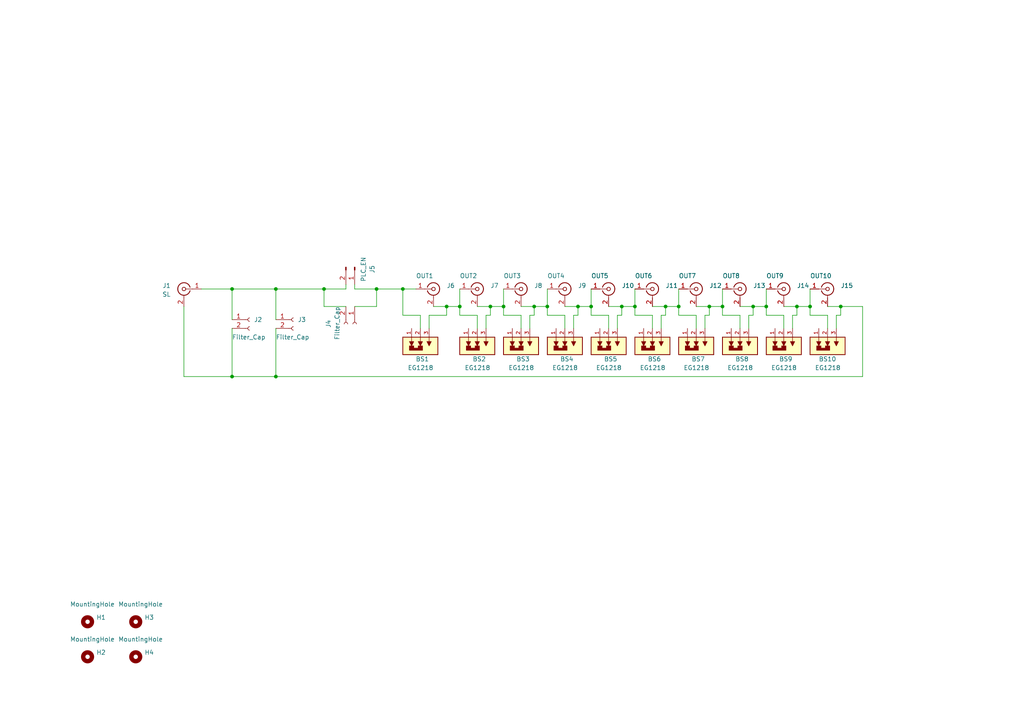
<source format=kicad_sch>
(kicad_sch (version 20230121) (generator eeschema)
  (paper "A4")
  (title_block (title "MPOD SAFETY LOOP") (date "2023-11-14") (rev "0.0.1") (company "SLAC National Accelerator Laboratory") (comment 1 "Designer: Basil Aljamal (baljamal)"))
  (lib_symbols
    (symbol "Connector:Conn_01x02_Pin" (pin_names (offset 1.016) hide)
      (property "Reference" "J" (at 0 2.54 0))
      (property "Value" "Conn_01x02_Pin" (at 0 -5.08 0))
      (symbol "Conn_01x02_Pin_1_1"
        (polyline (pts (xy 1.27 -2.54) (xy 0.8636 -2.54)) (stroke (width 0.1524)))
        (polyline (pts (xy 1.27 0) (xy 0.8636 0)) (stroke (width 0.1524)))
        (rectangle (start 0.8636 -2.413) (end 0 -2.667) (stroke (width 0.1524)) (fill (type outline)))
        (rectangle (start 0.8636 0.127) (end 0 -0.127) (stroke (width 0.1524)) (fill (type outline)))
        (pin passive line (at 5.08 0 180) (length 3.81) (name "Pin_1") (number "1"))
        (pin passive line (at 5.08 -2.54 180) (length 3.81) (name "Pin_2") (number "2"))
      )
    )
    (symbol "Connector:Conn_01x02_Socket" (pin_names (offset 1.016) hide)
      (property "Reference" "J" (at 0 2.54 0))
      (property "Value" "Conn_01x02_Socket" (at 0 -5.08 0))
      (symbol "Conn_01x02_Socket_1_1"
        (arc (start 0 -2.032) (mid -0.5058 -2.54) (end 0 -3.048) (stroke (width 0.1524)))
        (polyline (pts (xy -1.27 -2.54) (xy -0.508 -2.54)) (stroke (width 0.1524)))
        (polyline (pts (xy -1.27 0) (xy -0.508 0)) (stroke (width 0.1524)))
        (arc (start 0 0.508) (mid -0.5058 0) (end 0 -0.508) (stroke (width 0.1524)))
        (pin passive line (at -5.08 0 0) (length 3.81) (name "Pin_1") (number "1"))
        (pin passive line (at -5.08 -2.54 0) (length 3.81) (name "Pin_2") (number "2"))
      )
    )
    (symbol "Connector:Conn_Coaxial" (pin_names (offset 1.016) hide)
      (property "Reference" "J" (at 0.254 3.048 0))
      (property "Value" "Conn_Coaxial" (at 2.921 0 90))
      (symbol "Conn_Coaxial_0_1"
        (arc (start -1.778 -0.508) (mid 0.2311 -1.8066) (end 1.778 0) (stroke (width 0.254)))
        (polyline (pts (xy -2.54 0) (xy -0.508 0)))
        (polyline (pts (xy 0 -2.54) (xy 0 -1.778)))
        (circle (center 0 0) (radius 0.508) (stroke (width 0.2032)))
        (arc (start 1.778 0) (mid 0.2099 1.8101) (end -1.778 0.508) (stroke (width 0.254)))
      )
      (symbol "Conn_Coaxial_1_1"
        (pin passive line (at -5.08 0 0) (length 2.54) (name "In") (number "1"))
        (pin passive line (at 0 -5.08 90) (length 2.54) (name "Ext") (number "2"))
      )
    )
    (symbol "E1218:EG1218" (pin_names (offset 1.016))
      (property "Reference" "S" (at -5.08 5.842 0))
      (property "Value" "EG1218" (at -5.08 -7.62 0))
      (symbol "EG1218_0_0"
        (rectangle (start -2.54 -5.08) (end 2.54 5.08) (stroke (width 0.254)) (fill (type background)))
        (polyline (pts (xy -2.54 -2.54) (xy -1.27 -2.54)) (stroke (width 0.1524)))
        (polyline (pts (xy -2.54 0) (xy -1.27 0)) (stroke (width 0.1524)))
        (polyline (pts (xy -2.54 2.54) (xy -1.27 2.54)) (stroke (width 0.1524)))
        (polyline (pts (xy -1.27 -1.905) (xy -1.27 -3.175) (xy 0 -2.54) (xy -1.27 -1.905)) (stroke (width 0.1524)) (fill (type outline)))
        (polyline (pts (xy -1.27 0.635) (xy -1.27 -0.635) (xy 0 0) (xy -1.27 0.635)) (stroke (width 0.1524)) (fill (type outline)))
        (polyline (pts (xy -1.27 3.175) (xy -1.27 1.905) (xy 0 2.54) (xy -1.27 3.175)) (stroke (width 0.1524)) (fill (type outline)))
        (polyline (pts (xy 0 1.905) (xy 0 3.175) (xy 1.27 3.175) (xy 1.27 -0.635) (xy 0 -0.635) (xy 0 0.635) (xy 0.635 0.635) (xy 0.635 1.905) (xy 0 1.905)) (stroke (width 0.1524)) (fill (type outline)))
        (pin passive line (at -5.08 2.54 0) (length 2.54) (name "~") (number "1"))
        (pin passive line (at -5.08 0 0) (length 2.54) (name "~") (number "2"))
        (pin passive line (at -5.08 -2.54 0) (length 2.54) (name "~") (number "3"))
      )
    )
    (symbol "Mechanical:MountingHole" (pin_names (offset 1.016))
      (property "Reference" "H" (at 0 5.08 0))
      (property "Value" "MountingHole" (at 0 3.175 0))
      (symbol "MountingHole_0_1"
        (circle (center 0 0) (radius 1.27) (stroke (width 1.27)))
      )
    )
  )
  (junction (at 209.55 88.9))
  (junction (at 80.01 109.22))
  (junction (at 109.22 83.82))
  (junction (at 67.31 109.22))
  (junction (at 231.14 88.9))
  (junction (at 234.95 88.9))
  (junction (at 218.44 88.9))
  (junction (at 146.05 88.9))
  (junction (at 180.34 88.9))
  (junction (at 93.98 83.82))
  (junction (at 80.01 83.82))
  (junction (at 171.45 88.9))
  (junction (at 129.54 88.9))
  (junction (at 222.25 88.9))
  (junction (at 167.64 88.9))
  (junction (at 193.04 88.9))
  (junction (at 133.35 88.9))
  (junction (at 205.74 88.9))
  (junction (at 184.15 88.9))
  (junction (at 243.84 88.9))
  (junction (at 158.75 88.9))
  (junction (at 116.84 83.82))
  (junction (at 154.94 88.9))
  (junction (at 67.31 83.82))
  (junction (at 196.85 88.9))
  (junction (at 142.24 88.9))
  (wire (pts (xy 240.03 91.44) (xy 234.95 91.44)))
  (wire (pts (xy 193.04 88.9) (xy 196.85 88.9)))
  (wire (pts (xy 227.33 95.25) (xy 227.33 91.44)))
  (wire (pts (xy 80.01 109.22) (xy 67.31 109.22)))
  (wire (pts (xy 214.63 91.44) (xy 209.55 91.44)))
  (wire (pts (xy 158.75 91.44) (xy 158.75 88.9)))
  (wire (pts (xy 151.13 95.25) (xy 151.13 91.44)))
  (wire (pts (xy 133.35 91.44) (xy 133.35 88.9)))
  (wire (pts (xy 191.77 95.25) (xy 191.77 91.44)))
  (wire (pts (xy 125.73 88.9) (xy 129.54 88.9)))
  (wire (pts (xy 146.05 88.9) (xy 146.05 83.82)))
  (wire (pts (xy 176.53 88.9) (xy 180.34 88.9)))
  (wire (pts (xy 121.92 95.25) (xy 121.92 91.44)))
  (wire (pts (xy 100.33 83.82) (xy 100.33 82.55)))
  (wire (pts (xy 154.94 88.9) (xy 158.75 88.9)))
  (wire (pts (xy 196.85 88.9) (xy 196.85 83.82)))
  (wire (pts (xy 67.31 83.82) (xy 67.31 92.71)))
  (wire (pts (xy 102.87 88.9) (xy 109.22 88.9)))
  (wire (pts (xy 80.01 83.82) (xy 80.01 92.71)))
  (wire (pts (xy 205.74 91.44) (xy 205.74 88.9)))
  (wire (pts (xy 167.64 91.44) (xy 167.64 88.9)))
  (wire (pts (xy 189.23 95.25) (xy 189.23 91.44)))
  (wire (pts (xy 121.92 91.44) (xy 116.84 91.44)))
  (wire (pts (xy 140.97 95.25) (xy 140.97 91.44)))
  (wire (pts (xy 166.37 95.25) (xy 166.37 91.44)))
  (wire (pts (xy 163.83 88.9) (xy 167.64 88.9)))
  (wire (pts (xy 102.87 83.82) (xy 109.22 83.82)))
  (wire (pts (xy 201.93 95.25) (xy 201.93 91.44)))
  (wire (pts (xy 243.84 88.9) (xy 250.19 88.9)))
  (wire (pts (xy 242.57 91.44) (xy 243.84 91.44)))
  (wire (pts (xy 109.22 88.9) (xy 109.22 83.82)))
  (wire (pts (xy 163.83 91.44) (xy 158.75 91.44)))
  (wire (pts (xy 116.84 83.82) (xy 120.65 83.82)))
  (wire (pts (xy 209.55 91.44) (xy 209.55 88.9)))
  (wire (pts (xy 184.15 88.9) (xy 184.15 83.82)))
  (wire (pts (xy 167.64 88.9) (xy 171.45 88.9)))
  (wire (pts (xy 231.14 91.44) (xy 231.14 88.9)))
  (wire (pts (xy 153.67 91.44) (xy 154.94 91.44)))
  (wire (pts (xy 129.54 88.9) (xy 133.35 88.9)))
  (wire (pts (xy 58.42 83.82) (xy 67.31 83.82)))
  (wire (pts (xy 171.45 91.44) (xy 171.45 88.9)))
  (wire (pts (xy 151.13 91.44) (xy 146.05 91.44)))
  (wire (pts (xy 191.77 91.44) (xy 193.04 91.44)))
  (wire (pts (xy 189.23 91.44) (xy 184.15 91.44)))
  (wire (pts (xy 214.63 88.9) (xy 218.44 88.9)))
  (wire (pts (xy 140.97 91.44) (xy 142.24 91.44)))
  (wire (pts (xy 138.43 88.9) (xy 142.24 88.9)))
  (wire (pts (xy 93.98 83.82) (xy 100.33 83.82)))
  (wire (pts (xy 138.43 95.25) (xy 138.43 91.44)))
  (wire (pts (xy 234.95 88.9) (xy 234.95 83.82)))
  (wire (pts (xy 80.01 109.22) (xy 250.19 109.22)))
  (wire (pts (xy 222.25 88.9) (xy 222.25 83.82)))
  (wire (pts (xy 209.55 88.9) (xy 209.55 83.82)))
  (wire (pts (xy 176.53 95.25) (xy 176.53 91.44)))
  (wire (pts (xy 102.87 82.55) (xy 102.87 83.82)))
  (wire (pts (xy 243.84 91.44) (xy 243.84 88.9)))
  (wire (pts (xy 109.22 83.82) (xy 116.84 83.82)))
  (wire (pts (xy 67.31 83.82) (xy 80.01 83.82)))
  (wire (pts (xy 180.34 88.9) (xy 184.15 88.9)))
  (wire (pts (xy 227.33 88.9) (xy 231.14 88.9)))
  (wire (pts (xy 138.43 91.44) (xy 133.35 91.44)))
  (wire (pts (xy 189.23 88.9) (xy 193.04 88.9)))
  (wire (pts (xy 231.14 88.9) (xy 234.95 88.9)))
  (wire (pts (xy 184.15 91.44) (xy 184.15 88.9)))
  (wire (pts (xy 93.98 88.9) (xy 93.98 83.82)))
  (wire (pts (xy 214.63 95.25) (xy 214.63 91.44)))
  (wire (pts (xy 116.84 91.44) (xy 116.84 83.82)))
  (wire (pts (xy 179.07 95.25) (xy 179.07 91.44)))
  (wire (pts (xy 229.87 95.25) (xy 229.87 91.44)))
  (wire (pts (xy 218.44 88.9) (xy 222.25 88.9)))
  (wire (pts (xy 171.45 88.9) (xy 171.45 83.82)))
  (wire (pts (xy 142.24 91.44) (xy 142.24 88.9)))
  (wire (pts (xy 204.47 91.44) (xy 205.74 91.44)))
  (wire (pts (xy 176.53 91.44) (xy 171.45 91.44)))
  (wire (pts (xy 250.19 88.9) (xy 250.19 109.22)))
  (wire (pts (xy 124.46 91.44) (xy 129.54 91.44)))
  (wire (pts (xy 100.33 88.9) (xy 93.98 88.9)))
  (wire (pts (xy 227.33 91.44) (xy 222.25 91.44)))
  (wire (pts (xy 240.03 88.9) (xy 243.84 88.9)))
  (wire (pts (xy 133.35 88.9) (xy 133.35 83.82)))
  (wire (pts (xy 196.85 91.44) (xy 196.85 88.9)))
  (wire (pts (xy 80.01 83.82) (xy 93.98 83.82)))
  (wire (pts (xy 217.17 91.44) (xy 218.44 91.44)))
  (wire (pts (xy 205.74 88.9) (xy 209.55 88.9)))
  (wire (pts (xy 193.04 91.44) (xy 193.04 88.9)))
  (wire (pts (xy 217.17 95.25) (xy 217.17 91.44)))
  (wire (pts (xy 146.05 91.44) (xy 146.05 88.9)))
  (wire (pts (xy 229.87 91.44) (xy 231.14 91.44)))
  (wire (pts (xy 218.44 91.44) (xy 218.44 88.9)))
  (wire (pts (xy 240.03 95.25) (xy 240.03 91.44)))
  (wire (pts (xy 201.93 91.44) (xy 196.85 91.44)))
  (wire (pts (xy 163.83 95.25) (xy 163.83 91.44)))
  (wire (pts (xy 242.57 95.25) (xy 242.57 91.44)))
  (wire (pts (xy 53.34 109.22) (xy 53.34 88.9)))
  (wire (pts (xy 142.24 88.9) (xy 146.05 88.9)))
  (wire (pts (xy 80.01 95.25) (xy 80.01 109.22)))
  (wire (pts (xy 166.37 91.44) (xy 167.64 91.44)))
  (wire (pts (xy 234.95 91.44) (xy 234.95 88.9)))
  (wire (pts (xy 151.13 88.9) (xy 154.94 88.9)))
  (wire (pts (xy 158.75 88.9) (xy 158.75 83.82)))
  (wire (pts (xy 222.25 91.44) (xy 222.25 88.9)))
  (wire (pts (xy 67.31 109.22) (xy 53.34 109.22)))
  (wire (pts (xy 204.47 95.25) (xy 204.47 91.44)))
  (wire (pts (xy 67.31 95.25) (xy 67.31 109.22)))
  (wire (pts (xy 129.54 91.44) (xy 129.54 88.9)))
  (wire (pts (xy 180.34 91.44) (xy 180.34 88.9)))
  (wire (pts (xy 201.93 88.9) (xy 205.74 88.9)))
  (wire (pts (xy 124.46 95.25) (xy 124.46 91.44)))
  (wire (pts (xy 153.67 95.25) (xy 153.67 91.44)))
  (wire (pts (xy 154.94 91.44) (xy 154.94 88.9)))
  (wire (pts (xy 179.07 91.44) (xy 180.34 91.44)))
  (symbol (lib_id "E1218:EG1218") (at 201.93 100.33 90) (mirror x) (unit 1)
    (property "Reference" "BS7" (at 204.47 104.14 90) (effects (justify left)))
    (property "Value" "EG1218" (at 205.74 106.68 90) (effects (justify left)))
    (property "Footprint" "footprints:SW_EG1218" (effects hide))
    (property "MF" "E-Switch" (effects hide))
    (property "DESCRIPTION" "Slide Switch SPDT Through Hole" (effects hide))
    (property "PACKAGE" "None" (effects hide))
    (property "PRICE" "None" (effects hide))
    (property "Package" "None" (effects hide))
    (property "Check_prices" "https://www.snapeda.com/parts/EG1218/E-Switch/view-part/?ref=eda" (effects hide))
    (property "Price" "None" (effects hide))
    (property "SnapEDA_Link" "https://www.snapeda.com/parts/EG1218/E-Switch/view-part/?ref=snap" (effects hide))
    (property "MP" "EG1218" (effects hide))
    (property "Purchase-URL" "https://www.snapeda.com/api/url_track_click_mouser/?unipart_id=13895&manufacturer=E-Switch&part_name=EG1218&search_term=None" (effects hide))
    (property "Description" "\nSlide Switch, EG Series, SPDT, Non-Shorting, ON-ON, 200mA DC, 30VDC, PC Pin | E-Switch EG1218\n" (effects hide))
    (property "Availability" "In Stock" (effects hide))
    (property "AVAILABILITY" "In Stock" (effects hide))
    (property "PURCHASE-URL" "https://pricing.snapeda.com/search/part/EG1218/?ref=eda" (effects hide))
  )
  (symbol (lib_id "E1218:EG1218") (at 151.13 100.33 90) (mirror x) (unit 1)
    (property "Reference" "BS3" (at 153.67 104.14 90) (effects (justify left)))
    (property "Value" "EG1218" (at 154.94 106.68 90) (effects (justify left)))
    (property "Footprint" "footprints:SW_EG1218" (effects hide))
    (property "MF" "E-Switch" (effects hide))
    (property "DESCRIPTION" "Slide Switch SPDT Through Hole" (effects hide))
    (property "PACKAGE" "None" (effects hide))
    (property "PRICE" "None" (effects hide))
    (property "Package" "None" (effects hide))
    (property "Check_prices" "https://www.snapeda.com/parts/EG1218/E-Switch/view-part/?ref=eda" (effects hide))
    (property "Price" "None" (effects hide))
    (property "SnapEDA_Link" "https://www.snapeda.com/parts/EG1218/E-Switch/view-part/?ref=snap" (effects hide))
    (property "MP" "EG1218" (effects hide))
    (property "Purchase-URL" "https://www.snapeda.com/api/url_track_click_mouser/?unipart_id=13895&manufacturer=E-Switch&part_name=EG1218&search_term=None" (effects hide))
    (property "Description" "\nSlide Switch, EG Series, SPDT, Non-Shorting, ON-ON, 200mA DC, 30VDC, PC Pin | E-Switch EG1218\n" (effects hide))
    (property "Availability" "In Stock" (effects hide))
    (property "AVAILABILITY" "In Stock" (effects hide))
    (property "PURCHASE-URL" "https://pricing.snapeda.com/search/part/EG1218/?ref=eda" (effects hide))
  )
  (symbol (lib_id "E1218:EG1218") (at 176.53 100.33 90) (mirror x) (unit 1)
    (property "Reference" "BS5" (at 179.07 104.14 90) (effects (justify left)))
    (property "Value" "EG1218" (at 180.34 106.68 90) (effects (justify left)))
    (property "Footprint" "footprints:SW_EG1218" (effects hide))
    (property "MF" "E-Switch" (effects hide))
    (property "DESCRIPTION" "Slide Switch SPDT Through Hole" (effects hide))
    (property "PACKAGE" "None" (effects hide))
    (property "PRICE" "None" (effects hide))
    (property "Package" "None" (effects hide))
    (property "Check_prices" "https://www.snapeda.com/parts/EG1218/E-Switch/view-part/?ref=eda" (effects hide))
    (property "Price" "None" (effects hide))
    (property "SnapEDA_Link" "https://www.snapeda.com/parts/EG1218/E-Switch/view-part/?ref=snap" (effects hide))
    (property "MP" "EG1218" (effects hide))
    (property "Purchase-URL" "https://www.snapeda.com/api/url_track_click_mouser/?unipart_id=13895&manufacturer=E-Switch&part_name=EG1218&search_term=None" (effects hide))
    (property "Description" "\nSlide Switch, EG Series, SPDT, Non-Shorting, ON-ON, 200mA DC, 30VDC, PC Pin | E-Switch EG1218\n" (effects hide))
    (property "Availability" "In Stock" (effects hide))
    (property "AVAILABILITY" "In Stock" (effects hide))
    (property "PURCHASE-URL" "https://pricing.snapeda.com/search/part/EG1218/?ref=eda" (effects hide))
  )
  (symbol (lib_id "Mechanical:MountingHole") (at 25.4 190.5 0) (unit 1)
    (property "Reference" "H2" (at 27.94 189.23 0) (effects (justify left)))
    (property "Value" "MountingHole" (at 20.32 185.42 0) (effects (justify left)))
    (property "Footprint" "MountingHole:MountingHole_2.2mm_M2_DIN965_Pad" (effects hide))
  )
  (symbol (lib_id "Connector:Conn_Coaxial") (at 214.63 83.82 0) (unit 1)
    (property "Reference" "J13" (at 218.44 82.8432 0) (effects (justify left)))
    (property "Value" "OUT8" (at 209.55 80.01 0) (effects (justify left)))
    (property "Footprint" "Connector_Coaxial:SMB_Jack_Vertical" (effects hide))
    (property "Datasheet" " ~" (effects hide))
  )
  (symbol (lib_id "Connector:Conn_Coaxial") (at 151.13 83.82 0) (unit 1)
    (property "Reference" "J8" (at 154.94 82.8432 0) (effects (justify left)))
    (property "Value" "OUT3" (at 146.05 80.01 0) (effects (justify left)))
    (property "Footprint" "Connector_Coaxial:SMB_Jack_Vertical" (effects hide))
    (property "Datasheet" " ~" (effects hide))
  )
  (symbol (lib_id "Connector:Conn_Coaxial") (at 53.34 83.82 0) (mirror y) (unit 1)
    (property "Reference" "J1" (at 49.53 82.8432 0) (effects (justify left)))
    (property "Value" "SL" (at 49.53 85.3832 0) (effects (justify left)))
    (property "Footprint" "Connector_Coaxial:SMB_Jack_Vertical" (effects hide))
    (property "Datasheet" " ~" (effects hide))
  )
  (symbol (lib_id "Connector:Conn_Coaxial") (at 227.33 83.82 0) (unit 1)
    (property "Reference" "J14" (at 231.14 82.8432 0) (effects (justify left)))
    (property "Value" "OUT9" (at 222.25 80.01 0) (effects (justify left)))
    (property "Footprint" "Connector_Coaxial:SMB_Jack_Vertical" (effects hide))
    (property "Datasheet" " ~" (effects hide))
  )
  (symbol (lib_id "E1218:EG1218") (at 240.03 100.33 90) (mirror x) (unit 1)
    (property "Reference" "BS10" (at 242.57 104.14 90) (effects (justify left)))
    (property "Value" "EG1218" (at 243.84 106.68 90) (effects (justify left)))
    (property "Footprint" "footprints:SW_EG1218" (effects hide))
    (property "MF" "E-Switch" (effects hide))
    (property "DESCRIPTION" "Slide Switch SPDT Through Hole" (effects hide))
    (property "PACKAGE" "None" (effects hide))
    (property "PRICE" "None" (effects hide))
    (property "Package" "None" (effects hide))
    (property "Check_prices" "https://www.snapeda.com/parts/EG1218/E-Switch/view-part/?ref=eda" (effects hide))
    (property "Price" "None" (effects hide))
    (property "SnapEDA_Link" "https://www.snapeda.com/parts/EG1218/E-Switch/view-part/?ref=snap" (effects hide))
    (property "MP" "EG1218" (effects hide))
    (property "Purchase-URL" "https://www.snapeda.com/api/url_track_click_mouser/?unipart_id=13895&manufacturer=E-Switch&part_name=EG1218&search_term=None" (effects hide))
    (property "Description" "\nSlide Switch, EG Series, SPDT, Non-Shorting, ON-ON, 200mA DC, 30VDC, PC Pin | E-Switch EG1218\n" (effects hide))
    (property "Availability" "In Stock" (effects hide))
    (property "AVAILABILITY" "In Stock" (effects hide))
    (property "PURCHASE-URL" "https://pricing.snapeda.com/search/part/EG1218/?ref=eda" (effects hide))
  )
  (symbol (lib_id "Mechanical:MountingHole") (at 25.4 180.34 0) (unit 1)
    (property "Reference" "H1" (at 27.94 179.07 0) (effects (justify left)))
    (property "Value" "MountingHole" (at 20.32 175.26 0) (effects (justify left)))
    (property "Footprint" "MountingHole:MountingHole_2.7mm_M2.5_DIN965_Pad" (effects hide))
  )
  (symbol (lib_id "E1218:EG1218") (at 227.33 100.33 90) (mirror x) (unit 1)
    (property "Reference" "BS9" (at 229.87 104.14 90) (effects (justify left)))
    (property "Value" "EG1218" (at 231.14 106.68 90) (effects (justify left)))
    (property "Footprint" "footprints:SW_EG1218" (effects hide))
    (property "MF" "E-Switch" (effects hide))
    (property "DESCRIPTION" "Slide Switch SPDT Through Hole" (effects hide))
    (property "PACKAGE" "None" (effects hide))
    (property "PRICE" "None" (effects hide))
    (property "Package" "None" (effects hide))
    (property "Check_prices" "https://www.snapeda.com/parts/EG1218/E-Switch/view-part/?ref=eda" (effects hide))
    (property "Price" "None" (effects hide))
    (property "SnapEDA_Link" "https://www.snapeda.com/parts/EG1218/E-Switch/view-part/?ref=snap" (effects hide))
    (property "MP" "EG1218" (effects hide))
    (property "Purchase-URL" "https://www.snapeda.com/api/url_track_click_mouser/?unipart_id=13895&manufacturer=E-Switch&part_name=EG1218&search_term=None" (effects hide))
    (property "Description" "\nSlide Switch, EG Series, SPDT, Non-Shorting, ON-ON, 200mA DC, 30VDC, PC Pin | E-Switch EG1218\n" (effects hide))
    (property "Availability" "In Stock" (effects hide))
    (property "AVAILABILITY" "In Stock" (effects hide))
    (property "PURCHASE-URL" "https://pricing.snapeda.com/search/part/EG1218/?ref=eda" (effects hide))
  )
  (symbol (lib_id "Connector:Conn_Coaxial") (at 163.83 83.82 0) (unit 1)
    (property "Reference" "J9" (at 167.64 82.8432 0) (effects (justify left)))
    (property "Value" "OUT4" (at 158.75 80.01 0) (effects (justify left)))
    (property "Footprint" "Connector_Coaxial:SMB_Jack_Vertical" (effects hide))
    (property "Datasheet" " ~" (effects hide))
  )
  (symbol (lib_id "Connector:Conn_01x02_Socket") (at 72.39 92.71 0) (unit 1)
    (property "Reference" "J2" (at 73.66 92.71 0) (effects (justify left)))
    (property "Value" "Filter_Cap" (at 67.31 97.79 0) (effects (justify left)))
    (property "Footprint" "Connector_PinSocket_2.54mm:PinSocket_1x02_P2.54mm_Vertical" (effects hide))
  )
  (symbol (lib_id "Connector:Conn_Coaxial") (at 201.93 83.82 0) (unit 1)
    (property "Reference" "J12" (at 205.74 82.8432 0) (effects (justify left)))
    (property "Value" "OUT7" (at 196.85 80.01 0) (effects (justify left)))
    (property "Footprint" "Connector_Coaxial:SMB_Jack_Vertical" (effects hide))
    (property "Datasheet" " ~" (effects hide))
  )
  (symbol (lib_id "E1218:EG1218") (at 121.92 100.33 90) (mirror x) (unit 1)
    (property "Reference" "BS1" (at 124.46 104.14 90) (effects (justify left)))
    (property "Value" "EG1218" (at 125.73 106.68 90) (effects (justify left)))
    (property "Footprint" "footprints:SW_EG1218" (effects hide))
    (property "MF" "E-Switch" (effects hide))
    (property "DESCRIPTION" "Slide Switch SPDT Through Hole" (effects hide))
    (property "PACKAGE" "None" (effects hide))
    (property "PRICE" "None" (effects hide))
    (property "Package" "None" (effects hide))
    (property "Check_prices" "https://www.snapeda.com/parts/EG1218/E-Switch/view-part/?ref=eda" (effects hide))
    (property "Price" "None" (effects hide))
    (property "SnapEDA_Link" "https://www.snapeda.com/parts/EG1218/E-Switch/view-part/?ref=snap" (effects hide))
    (property "MP" "EG1218" (effects hide))
    (property "Purchase-URL" "https://www.snapeda.com/api/url_track_click_mouser/?unipart_id=13895&manufacturer=E-Switch&part_name=EG1218&search_term=None" (effects hide))
    (property "Description" "\nSlide Switch, EG Series, SPDT, Non-Shorting, ON-ON, 200mA DC, 30VDC, PC Pin | E-Switch EG1218\n" (effects hide))
    (property "Availability" "In Stock" (effects hide))
    (property "AVAILABILITY" "In Stock" (effects hide))
    (property "PURCHASE-URL" "https://pricing.snapeda.com/search/part/EG1218/?ref=eda" (effects hide))
  )
  (symbol (lib_id "Connector:Conn_01x02_Socket") (at 85.09 92.71 0) (unit 1)
    (property "Reference" "J3" (at 86.36 92.71 0) (effects (justify left)))
    (property "Value" "Filter_Cap" (at 80.01 97.79 0) (effects (justify left)))
    (property "Footprint" "Connector_PinSocket_2.54mm:PinSocket_1x02_P2.54mm_Vertical" (effects hide))
  )
  (symbol (lib_id "E1218:EG1218") (at 138.43 100.33 90) (mirror x) (unit 1)
    (property "Reference" "BS2" (at 140.97 104.14 90) (effects (justify left)))
    (property "Value" "EG1218" (at 142.24 106.68 90) (effects (justify left)))
    (property "Footprint" "footprints:SW_EG1218" (effects hide))
    (property "MF" "E-Switch" (effects hide))
    (property "DESCRIPTION" "Slide Switch SPDT Through Hole" (effects hide))
    (property "PACKAGE" "None" (effects hide))
    (property "PRICE" "None" (effects hide))
    (property "Package" "None" (effects hide))
    (property "Check_prices" "https://www.snapeda.com/parts/EG1218/E-Switch/view-part/?ref=eda" (effects hide))
    (property "Price" "None" (effects hide))
    (property "SnapEDA_Link" "https://www.snapeda.com/parts/EG1218/E-Switch/view-part/?ref=snap" (effects hide))
    (property "MP" "EG1218" (effects hide))
    (property "Purchase-URL" "https://www.snapeda.com/api/url_track_click_mouser/?unipart_id=13895&manufacturer=E-Switch&part_name=EG1218&search_term=None" (effects hide))
    (property "Description" "\nSlide Switch, EG Series, SPDT, Non-Shorting, ON-ON, 200mA DC, 30VDC, PC Pin | E-Switch EG1218\n" (effects hide))
    (property "Availability" "In Stock" (effects hide))
    (property "AVAILABILITY" "In Stock" (effects hide))
    (property "PURCHASE-URL" "https://pricing.snapeda.com/search/part/EG1218/?ref=eda" (effects hide))
  )
  (symbol (lib_id "Connector:Conn_01x02_Socket") (at 102.87 93.98 270) (unit 1)
    (property "Reference" "J4" (at 95.25 92.71 0) (effects (justify left)))
    (property "Value" "Filter_Cap" (at 97.79 88.9 0) (effects (justify left)))
    (property "Footprint" "Connector_PinSocket_2.54mm:PinSocket_1x02_P2.54mm_Vertical" (effects hide))
  )
  (symbol (lib_id "Connector:Conn_Coaxial") (at 125.73 83.82 0) (unit 1)
    (property "Reference" "J6" (at 129.54 82.8432 0) (effects (justify left)))
    (property "Value" "OUT1" (at 120.65 80.01 0) (effects (justify left)))
    (property "Footprint" "Connector_Coaxial:SMB_Jack_Vertical" (effects hide))
    (property "Datasheet" " ~" (effects hide))
  )
  (symbol (lib_id "Connector:Conn_Coaxial") (at 240.03 83.82 0) (unit 1)
    (property "Reference" "J15" (at 243.84 82.8432 0) (effects (justify left)))
    (property "Value" "OUT10" (at 234.95 80.01 0) (effects (justify left)))
    (property "Footprint" "Connector_Coaxial:SMB_Jack_Vertical" (effects hide))
    (property "Datasheet" " ~" (effects hide))
  )
  (symbol (lib_id "Mechanical:MountingHole") (at 39.37 190.5 0) (unit 1)
    (property "Reference" "H4" (at 41.91 189.23 0) (effects (justify left)))
    (property "Value" "MountingHole" (at 34.29 185.42 0) (effects (justify left)))
    (property "Footprint" "MountingHole:MountingHole_2.2mm_M2_DIN965_Pad" (effects hide))
  )
  (symbol (lib_id "Connector:Conn_Coaxial") (at 138.43 83.82 0) (unit 1)
    (property "Reference" "J7" (at 142.24 82.8432 0) (effects (justify left)))
    (property "Value" "OUT2" (at 133.35 80.01 0) (effects (justify left)))
    (property "Footprint" "Connector_Coaxial:SMB_Jack_Vertical" (effects hide))
    (property "Datasheet" " ~" (effects hide))
  )
  (symbol (lib_id "E1218:EG1218") (at 163.83 100.33 90) (mirror x) (unit 1)
    (property "Reference" "BS4" (at 166.37 104.14 90) (effects (justify left)))
    (property "Value" "EG1218" (at 167.64 106.68 90) (effects (justify left)))
    (property "Footprint" "footprints:SW_EG1218" (effects hide))
    (property "MF" "E-Switch" (effects hide))
    (property "DESCRIPTION" "Slide Switch SPDT Through Hole" (effects hide))
    (property "PACKAGE" "None" (effects hide))
    (property "PRICE" "None" (effects hide))
    (property "Package" "None" (effects hide))
    (property "Check_prices" "https://www.snapeda.com/parts/EG1218/E-Switch/view-part/?ref=eda" (effects hide))
    (property "Price" "None" (effects hide))
    (property "SnapEDA_Link" "https://www.snapeda.com/parts/EG1218/E-Switch/view-part/?ref=snap" (effects hide))
    (property "MP" "EG1218" (effects hide))
    (property "Purchase-URL" "https://www.snapeda.com/api/url_track_click_mouser/?unipart_id=13895&manufacturer=E-Switch&part_name=EG1218&search_term=None" (effects hide))
    (property "Description" "\nSlide Switch, EG Series, SPDT, Non-Shorting, ON-ON, 200mA DC, 30VDC, PC Pin | E-Switch EG1218\n" (effects hide))
    (property "Availability" "In Stock" (effects hide))
    (property "AVAILABILITY" "In Stock" (effects hide))
    (property "PURCHASE-URL" "https://pricing.snapeda.com/search/part/EG1218/?ref=eda" (effects hide))
  )
  (symbol (lib_id "Connector:Conn_Coaxial") (at 189.23 83.82 0) (unit 1)
    (property "Reference" "J11" (at 193.04 82.8432 0) (effects (justify left)))
    (property "Value" "OUT6" (at 184.15 80.01 0) (effects (justify left)))
    (property "Footprint" "Connector_Coaxial:SMB_Jack_Vertical" (effects hide))
    (property "Datasheet" " ~" (effects hide))
  )
  (symbol (lib_id "E1218:EG1218") (at 189.23 100.33 90) (mirror x) (unit 1)
    (property "Reference" "BS6" (at 191.77 104.14 90) (effects (justify left)))
    (property "Value" "EG1218" (at 193.04 106.68 90) (effects (justify left)))
    (property "Footprint" "footprints:SW_EG1218" (effects hide))
    (property "MF" "E-Switch" (effects hide))
    (property "DESCRIPTION" "Slide Switch SPDT Through Hole" (effects hide))
    (property "PACKAGE" "None" (effects hide))
    (property "PRICE" "None" (effects hide))
    (property "Package" "None" (effects hide))
    (property "Check_prices" "https://www.snapeda.com/parts/EG1218/E-Switch/view-part/?ref=eda" (effects hide))
    (property "Price" "None" (effects hide))
    (property "SnapEDA_Link" "https://www.snapeda.com/parts/EG1218/E-Switch/view-part/?ref=snap" (effects hide))
    (property "MP" "EG1218" (effects hide))
    (property "Purchase-URL" "https://www.snapeda.com/api/url_track_click_mouser/?unipart_id=13895&manufacturer=E-Switch&part_name=EG1218&search_term=None" (effects hide))
    (property "Description" "\nSlide Switch, EG Series, SPDT, Non-Shorting, ON-ON, 200mA DC, 30VDC, PC Pin | E-Switch EG1218\n" (effects hide))
    (property "Availability" "In Stock" (effects hide))
    (property "AVAILABILITY" "In Stock" (effects hide))
    (property "PURCHASE-URL" "https://pricing.snapeda.com/search/part/EG1218/?ref=eda" (effects hide))
  )
  (symbol (lib_id "Connector:Conn_01x02_Pin") (at 102.87 77.47 270) (unit 1)
    (property "Reference" "J5" (at 107.95 78.105 0))
    (property "Value" "PLC_EN" (at 105.41 78.105 0))
    (property "Footprint" "Connector_Phoenix_MSTB:PhoenixContact_MSTBA_2,5_2-G-5,08_1x02_P5.08mm_Horizontal" (effects hide))
  )
  (symbol (lib_id "Mechanical:MountingHole") (at 39.37 180.34 0) (unit 1)
    (property "Reference" "H3" (at 41.91 179.07 0) (effects (justify left)))
    (property "Value" "MountingHole" (at 34.29 175.26 0) (effects (justify left)))
    (property "Footprint" "MountingHole:MountingHole_2.7mm_M2.5_DIN965_Pad" (effects hide))
  )
  (symbol (lib_id "Connector:Conn_Coaxial") (at 176.53 83.82 0) (unit 1)
    (property "Reference" "J10" (at 180.34 82.8432 0) (effects (justify left)))
    (property "Value" "OUT5" (at 171.45 80.01 0) (effects (justify left)))
    (property "Footprint" "Connector_Coaxial:SMB_Jack_Vertical" (effects hide))
    (property "Datasheet" " ~" (effects hide))
  )
  (symbol (lib_id "E1218:EG1218") (at 214.63 100.33 90) (mirror x) (unit 1)
    (property "Reference" "BS8" (at 217.17 104.14 90) (effects (justify left)))
    (property "Value" "EG1218" (at 218.44 106.68 90) (effects (justify left)))
    (property "Footprint" "footprints:SW_EG1218" (effects hide))
    (property "MF" "E-Switch" (effects hide))
    (property "DESCRIPTION" "Slide Switch SPDT Through Hole" (effects hide))
    (property "PACKAGE" "None" (effects hide))
    (property "PRICE" "None" (effects hide))
    (property "Package" "None" (effects hide))
    (property "Check_prices" "https://www.snapeda.com/parts/EG1218/E-Switch/view-part/?ref=eda" (effects hide))
    (property "Price" "None" (effects hide))
    (property "SnapEDA_Link" "https://www.snapeda.com/parts/EG1218/E-Switch/view-part/?ref=snap" (effects hide))
    (property "MP" "EG1218" (effects hide))
    (property "Purchase-URL" "https://www.snapeda.com/api/url_track_click_mouser/?unipart_id=13895&manufacturer=E-Switch&part_name=EG1218&search_term=None" (effects hide))
    (property "Description" "\nSlide Switch, EG Series, SPDT, Non-Shorting, ON-ON, 200mA DC, 30VDC, PC Pin | E-Switch EG1218\n" (effects hide))
    (property "Availability" "In Stock" (effects hide))
    (property "AVAILABILITY" "In Stock" (effects hide))
    (property "PURCHASE-URL" "https://pricing.snapeda.com/search/part/EG1218/?ref=eda" (effects hide))
  )
)
</source>
